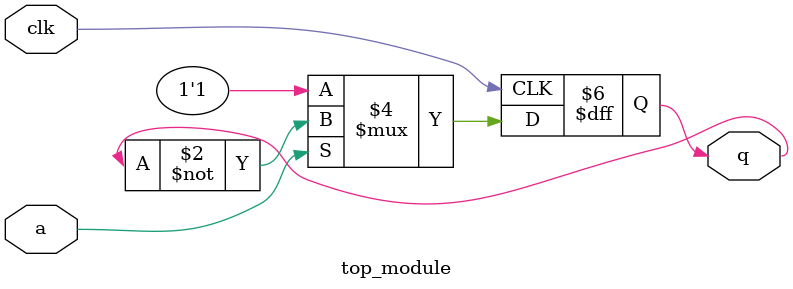
<source format=sv>
module top_module (
    input clk,
    input a, 
    output reg q
);

    always @(posedge clk) begin
        if (a)
            q <= ~q;
        else
            q <= 1'b1;
    end

endmodule

</source>
